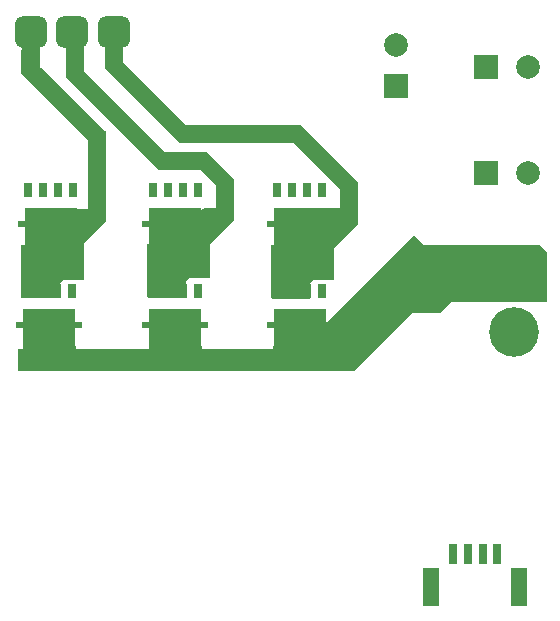
<source format=gbs>
G04*
G04 #@! TF.GenerationSoftware,Altium Limited,Altium Designer,21.2.2 (38)*
G04*
G04 Layer_Color=16711935*
%FSLAX25Y25*%
%MOIN*%
G70*
G04*
G04 #@! TF.SameCoordinates,8CF34D0F-3D0A-4A82-AD64-C49C04CB85B6*
G04*
G04*
G04 #@! TF.FilePolarity,Negative*
G04*
G01*
G75*
%ADD55R,0.02572X0.05131*%
%ADD56R,0.22453X0.01981*%
%ADD57R,0.02572X0.07099*%
%ADD58R,0.17532X0.14580*%
%ADD69C,0.16548*%
%ADD70C,0.07887*%
%ADD71R,0.07887X0.07887*%
%ADD72R,0.07887X0.07887*%
G04:AMPARAMS|DCode=83|XSize=108mil|YSize=106.42mil|CornerRadius=28.61mil|HoleSize=0mil|Usage=FLASHONLY|Rotation=270.000|XOffset=0mil|YOffset=0mil|HoleType=Round|Shape=RoundedRectangle|*
%AMROUNDEDRECTD83*
21,1,0.10800,0.04921,0,0,270.0*
21,1,0.05079,0.10642,0,0,270.0*
1,1,0.05721,-0.02461,-0.02539*
1,1,0.05721,-0.02461,0.02539*
1,1,0.05721,0.02461,0.02539*
1,1,0.05721,0.02461,-0.02539*
%
%ADD83ROUNDEDRECTD83*%
%ADD84R,0.05524X0.12611*%
%ADD85R,0.03162X0.06706*%
G36*
X308500Y407000D02*
X335500Y380000D01*
X349500D01*
X358500Y371000D01*
Y357500D01*
X350500Y349500D01*
Y338000D01*
X343500D01*
X342500Y337000D01*
Y331500D01*
X330000D01*
X329500Y332000D01*
Y349500D01*
X347000D01*
Y360500D01*
X349000Y361500D01*
X350500Y361500D01*
X352500D01*
X352500Y369000D01*
X347500Y374000D01*
X333500D01*
X302500Y405000D01*
Y415000D01*
X307500D01*
X308500Y416000D01*
Y407000D01*
D02*
G37*
G36*
X294000Y408500D02*
X315500Y387000D01*
X316000D01*
Y357000D01*
X308500Y349500D01*
Y337500D01*
X301500D01*
X300500Y336500D01*
Y331500D01*
X287500D01*
Y349000D01*
X306000D01*
Y360500D01*
X305500Y361000D01*
X310000D01*
Y384000D01*
X288000Y406000D01*
X287500D01*
Y414000D01*
X288000Y414500D01*
X287500Y415000D01*
X294000D01*
Y408500D01*
D02*
G37*
G36*
X321500Y410000D02*
X342500Y389000D01*
X381000D01*
X400000Y370000D01*
Y356000D01*
X392000Y348000D01*
Y337500D01*
X385000D01*
X384000Y336500D01*
Y331000D01*
X371500D01*
X371000Y331500D01*
Y349000D01*
X387638D01*
X388500Y361500D01*
X394000D01*
Y367500D01*
X378500Y383000D01*
X340500D01*
X315500Y408000D01*
Y415000D01*
X321500D01*
Y410000D01*
D02*
G37*
G36*
X422000Y349000D02*
X460500D01*
X463000Y346500D01*
Y330000D01*
X431000D01*
X427500Y326500D01*
X418000D01*
X411500Y320000D01*
X399000Y307000D01*
X286500D01*
Y314500D01*
X380500D01*
X418500Y352500D01*
X422000Y349000D01*
D02*
G37*
D55*
X388000Y367435D02*
D03*
X383000D02*
D03*
X378000D02*
D03*
X373000D02*
D03*
X388000Y333886D02*
D03*
X383000D02*
D03*
X378000D02*
D03*
X373000D02*
D03*
X346500Y367435D02*
D03*
X341500D02*
D03*
X336500D02*
D03*
X331500D02*
D03*
X346500Y333835D02*
D03*
X341500D02*
D03*
X336500D02*
D03*
X331500D02*
D03*
X304500D02*
D03*
X299500D02*
D03*
X294500D02*
D03*
X289500D02*
D03*
X305000Y367435D02*
D03*
X300000D02*
D03*
X295000D02*
D03*
X290000D02*
D03*
D56*
X380500Y356017D02*
D03*
X380500Y322468D02*
D03*
X339000Y356017D02*
D03*
Y322417D02*
D03*
X297000D02*
D03*
X297500Y356017D02*
D03*
D57*
X388000Y345584D02*
D03*
X383000D02*
D03*
X378000D02*
D03*
X373000D02*
D03*
X388000Y312035D02*
D03*
X383000D02*
D03*
X378000D02*
D03*
X373000D02*
D03*
X346500Y345584D02*
D03*
X341500D02*
D03*
X336500D02*
D03*
X331500D02*
D03*
X346500Y311984D02*
D03*
X341500D02*
D03*
X336500D02*
D03*
X331500D02*
D03*
X304500D02*
D03*
X299500D02*
D03*
X294500D02*
D03*
X289500D02*
D03*
X305000Y345584D02*
D03*
X300000D02*
D03*
X295000D02*
D03*
X290000D02*
D03*
D58*
X380500Y354049D02*
D03*
X380500Y320500D02*
D03*
X339000Y354049D02*
D03*
Y320449D02*
D03*
X297000D02*
D03*
X297500Y354049D02*
D03*
D69*
X452000Y320000D02*
D03*
Y339685D02*
D03*
D70*
X412500Y415890D02*
D03*
X456390Y408500D02*
D03*
Y373000D02*
D03*
D71*
X412500Y402110D02*
D03*
D72*
X442610Y408500D02*
D03*
Y373000D02*
D03*
D83*
X318500Y420000D02*
D03*
X304720D02*
D03*
X290941D02*
D03*
D84*
X453500Y235000D02*
D03*
X424366D02*
D03*
D85*
X446315Y246024D02*
D03*
X441394D02*
D03*
X436472D02*
D03*
X431551D02*
D03*
M02*

</source>
